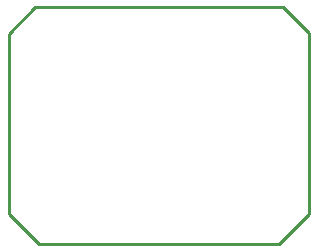
<source format=gbr>
G04 EAGLE Gerber RS-274X export*
G75*
%MOMM*%
%FSLAX34Y34*%
%LPD*%
%IN*%
%IPPOS*%
%AMOC8*
5,1,8,0,0,1.08239X$1,22.5*%
G01*
%ADD10C,0.254000*%


D10*
X0Y25400D02*
X25400Y0D01*
X228600Y0D01*
X253800Y25200D01*
X253800Y178000D01*
X231900Y199900D01*
X22100Y199900D01*
X0Y177800D01*
X0Y25400D01*
M02*

</source>
